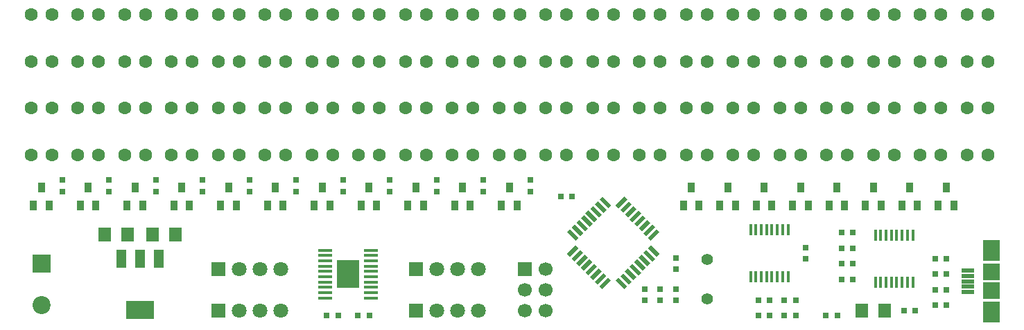
<source format=gts>
%FSLAX34Y34*%
G04 Gerber Fmt 3.4, Leading zero omitted, Abs format*
G04 (created by PCBNEW (2014-03-18 BZR 4754)-product) date Tue 01 Apr 2014 06:21:33 PM CDT*
%MOIN*%
G01*
G70*
G90*
G04 APERTURE LIST*
%ADD10C,0.006000*%
%ADD11R,0.027559X0.027559*%
%ADD12R,0.062992X0.070866*%
%ADD13R,0.013800X0.055100*%
%ADD14R,0.068504X0.017323*%
%ADD15R,0.109134X0.135906*%
%ADD16R,0.047244X0.086614*%
%ADD17R,0.137795X0.086614*%
%ADD18R,0.062992X0.023622*%
%ADD19R,0.082677X0.098425*%
%ADD20R,0.082677X0.078740*%
%ADD21R,0.070866X0.070866*%
%ADD22C,0.070866*%
%ADD23R,0.086614X0.086614*%
%ADD24C,0.086614*%
%ADD25C,0.062992*%
%ADD26R,0.066929X0.066929*%
%ADD27C,0.066929*%
%ADD28R,0.033465X0.049606*%
%ADD29C,0.055118*%
G04 APERTURE END LIST*
G54D10*
G54D11*
X92525Y-41750D03*
X91974Y-41750D03*
X94974Y-45500D03*
X95525Y-45500D03*
X67775Y-45750D03*
X67224Y-45750D03*
X96474Y-43000D03*
X97025Y-43000D03*
X96474Y-45250D03*
X97025Y-45250D03*
X91974Y-44000D03*
X92525Y-44000D03*
X91974Y-43250D03*
X92525Y-43250D03*
X91974Y-42500D03*
X92525Y-42500D03*
X78474Y-40000D03*
X79025Y-40000D03*
X84000Y-42974D03*
X84000Y-43525D03*
X84000Y-45025D03*
X84000Y-44474D03*
X82500Y-45025D03*
X82500Y-44474D03*
X83250Y-45025D03*
X83250Y-44474D03*
X91224Y-45750D03*
X91775Y-45750D03*
G54D12*
X94051Y-45500D03*
X92948Y-45500D03*
G54D13*
X89396Y-41618D03*
X89140Y-41618D03*
X88884Y-41618D03*
X88628Y-41618D03*
X88372Y-41618D03*
X88116Y-41618D03*
X87860Y-41618D03*
X87604Y-41618D03*
X87604Y-43882D03*
X87860Y-43882D03*
X88116Y-43882D03*
X88372Y-43882D03*
X88628Y-43882D03*
X88884Y-43882D03*
X89140Y-43882D03*
X89396Y-43882D03*
G54D14*
X67147Y-44645D03*
X67147Y-44901D03*
X67147Y-44389D03*
X67147Y-44133D03*
X67147Y-43877D03*
X67147Y-43622D03*
X67147Y-43366D03*
X67147Y-43110D03*
X69352Y-42598D03*
X69352Y-42854D03*
X69352Y-43110D03*
X69352Y-43366D03*
X69352Y-44901D03*
X69352Y-44645D03*
X69352Y-44389D03*
X69352Y-44133D03*
X69352Y-43877D03*
X69352Y-43622D03*
G54D15*
X68250Y-43750D03*
G54D14*
X67147Y-42854D03*
X67147Y-42598D03*
G54D13*
X93604Y-44132D03*
X93860Y-44132D03*
X94116Y-44132D03*
X94372Y-44132D03*
X94628Y-44132D03*
X94884Y-44132D03*
X95140Y-44132D03*
X95396Y-44132D03*
X95396Y-41868D03*
X95140Y-41868D03*
X94884Y-41868D03*
X94628Y-41868D03*
X94372Y-41868D03*
X94116Y-41868D03*
X93860Y-41868D03*
X93604Y-41868D03*
G54D16*
X59155Y-43029D03*
X58250Y-43029D03*
X57344Y-43029D03*
G54D17*
X58250Y-45470D03*
G54D10*
G36*
X81668Y-44338D02*
X81529Y-44477D01*
X81111Y-44059D01*
X81251Y-43920D01*
X81668Y-44338D01*
X81668Y-44338D01*
G37*
G36*
X81891Y-44115D02*
X81752Y-44254D01*
X81334Y-43836D01*
X81473Y-43697D01*
X81891Y-44115D01*
X81891Y-44115D01*
G37*
G36*
X82114Y-43892D02*
X81975Y-44031D01*
X81557Y-43614D01*
X81696Y-43474D01*
X82114Y-43892D01*
X82114Y-43892D01*
G37*
G36*
X82337Y-43669D02*
X82197Y-43809D01*
X81779Y-43391D01*
X81919Y-43251D01*
X82337Y-43669D01*
X82337Y-43669D01*
G37*
G36*
X82559Y-43447D02*
X82419Y-43587D01*
X82001Y-43169D01*
X82141Y-43029D01*
X82559Y-43447D01*
X82559Y-43447D01*
G37*
G36*
X82781Y-43225D02*
X82642Y-43364D01*
X82224Y-42946D01*
X82364Y-42807D01*
X82781Y-43225D01*
X82781Y-43225D01*
G37*
G36*
X83004Y-43002D02*
X82865Y-43141D01*
X82447Y-42723D01*
X82586Y-42584D01*
X83004Y-43002D01*
X83004Y-43002D01*
G37*
G36*
X83227Y-42779D02*
X83088Y-42918D01*
X82670Y-42501D01*
X82809Y-42361D01*
X83227Y-42779D01*
X83227Y-42779D01*
G37*
G36*
X83088Y-41581D02*
X83227Y-41720D01*
X82809Y-42138D01*
X82670Y-41998D01*
X83088Y-41581D01*
X83088Y-41581D01*
G37*
G36*
X82865Y-41358D02*
X83004Y-41497D01*
X82586Y-41915D01*
X82447Y-41776D01*
X82865Y-41358D01*
X82865Y-41358D01*
G37*
G36*
X82642Y-41135D02*
X82781Y-41274D01*
X82364Y-41692D01*
X82224Y-41553D01*
X82642Y-41135D01*
X82642Y-41135D01*
G37*
G36*
X82419Y-40912D02*
X82559Y-41052D01*
X82141Y-41470D01*
X82001Y-41330D01*
X82419Y-40912D01*
X82419Y-40912D01*
G37*
G36*
X82197Y-40690D02*
X82337Y-40830D01*
X81919Y-41248D01*
X81779Y-41108D01*
X82197Y-40690D01*
X82197Y-40690D01*
G37*
G36*
X81975Y-40468D02*
X82114Y-40607D01*
X81696Y-41025D01*
X81557Y-40885D01*
X81975Y-40468D01*
X81975Y-40468D01*
G37*
G36*
X81752Y-40245D02*
X81891Y-40384D01*
X81473Y-40802D01*
X81334Y-40663D01*
X81752Y-40245D01*
X81752Y-40245D01*
G37*
G36*
X81529Y-40022D02*
X81668Y-40161D01*
X81251Y-40579D01*
X81111Y-40440D01*
X81529Y-40022D01*
X81529Y-40022D01*
G37*
G36*
X80331Y-40161D02*
X80470Y-40022D01*
X80888Y-40440D01*
X80748Y-40579D01*
X80331Y-40161D01*
X80331Y-40161D01*
G37*
G36*
X80108Y-40384D02*
X80247Y-40245D01*
X80665Y-40663D01*
X80526Y-40802D01*
X80108Y-40384D01*
X80108Y-40384D01*
G37*
G36*
X79885Y-40607D02*
X80024Y-40468D01*
X80442Y-40885D01*
X80303Y-41025D01*
X79885Y-40607D01*
X79885Y-40607D01*
G37*
G36*
X79662Y-40830D02*
X79802Y-40690D01*
X80220Y-41108D01*
X80080Y-41248D01*
X79662Y-40830D01*
X79662Y-40830D01*
G37*
G36*
X79440Y-41052D02*
X79580Y-40912D01*
X79998Y-41330D01*
X79858Y-41470D01*
X79440Y-41052D01*
X79440Y-41052D01*
G37*
G36*
X79218Y-41274D02*
X79357Y-41135D01*
X79775Y-41553D01*
X79635Y-41692D01*
X79218Y-41274D01*
X79218Y-41274D01*
G37*
G36*
X78995Y-41497D02*
X79134Y-41358D01*
X79552Y-41776D01*
X79413Y-41915D01*
X78995Y-41497D01*
X78995Y-41497D01*
G37*
G36*
X78772Y-41720D02*
X78911Y-41581D01*
X79329Y-41998D01*
X79190Y-42138D01*
X78772Y-41720D01*
X78772Y-41720D01*
G37*
G36*
X78911Y-42918D02*
X78772Y-42779D01*
X79190Y-42361D01*
X79329Y-42501D01*
X78911Y-42918D01*
X78911Y-42918D01*
G37*
G36*
X79134Y-43141D02*
X78995Y-43002D01*
X79413Y-42584D01*
X79552Y-42723D01*
X79134Y-43141D01*
X79134Y-43141D01*
G37*
G36*
X79357Y-43364D02*
X79218Y-43225D01*
X79635Y-42807D01*
X79775Y-42946D01*
X79357Y-43364D01*
X79357Y-43364D01*
G37*
G36*
X79580Y-43587D02*
X79440Y-43447D01*
X79858Y-43029D01*
X79998Y-43169D01*
X79580Y-43587D01*
X79580Y-43587D01*
G37*
G36*
X79802Y-43809D02*
X79662Y-43669D01*
X80080Y-43251D01*
X80220Y-43391D01*
X79802Y-43809D01*
X79802Y-43809D01*
G37*
G36*
X80024Y-44031D02*
X79885Y-43892D01*
X80303Y-43474D01*
X80442Y-43614D01*
X80024Y-44031D01*
X80024Y-44031D01*
G37*
G36*
X80247Y-44254D02*
X80108Y-44115D01*
X80526Y-43697D01*
X80665Y-43836D01*
X80247Y-44254D01*
X80247Y-44254D01*
G37*
G36*
X80470Y-44477D02*
X80331Y-44338D01*
X80748Y-43920D01*
X80888Y-44059D01*
X80470Y-44477D01*
X80470Y-44477D01*
G37*
G54D18*
X98047Y-44611D03*
X98047Y-44355D03*
X98047Y-44100D03*
X98047Y-43844D03*
X98047Y-43588D03*
G54D19*
X99169Y-45576D03*
X99169Y-42623D03*
G54D20*
X99169Y-43647D03*
X99169Y-44552D03*
G54D21*
X71500Y-45500D03*
G54D22*
X72500Y-45500D03*
X73500Y-45500D03*
X74500Y-45500D03*
G54D21*
X71500Y-43500D03*
G54D22*
X72500Y-43500D03*
X73500Y-43500D03*
X74500Y-43500D03*
G54D21*
X62000Y-43500D03*
G54D22*
X63000Y-43500D03*
X64000Y-43500D03*
X65000Y-43500D03*
G54D21*
X62000Y-45500D03*
G54D22*
X63000Y-45500D03*
X64000Y-45500D03*
X65000Y-45500D03*
G54D23*
X53500Y-43250D03*
G54D24*
X53500Y-45250D03*
G54D11*
X88525Y-45750D03*
X87974Y-45750D03*
X88525Y-45000D03*
X87974Y-45000D03*
G54D25*
X53000Y-31250D03*
X54000Y-31250D03*
X53000Y-33500D03*
X54000Y-33500D03*
X53000Y-35750D03*
X54000Y-35750D03*
X53000Y-38000D03*
X54000Y-38000D03*
X98000Y-31250D03*
X99000Y-31250D03*
X98000Y-33500D03*
X99000Y-33500D03*
X98000Y-35750D03*
X99000Y-35750D03*
X98000Y-38000D03*
X99000Y-38000D03*
X55250Y-31250D03*
X56250Y-31250D03*
X55250Y-33500D03*
X56250Y-33500D03*
X55250Y-35750D03*
X56250Y-35750D03*
X55250Y-38000D03*
X56250Y-38000D03*
X95750Y-31250D03*
X96750Y-31250D03*
X95750Y-33500D03*
X96750Y-33500D03*
X95750Y-35750D03*
X96750Y-35750D03*
X95750Y-38000D03*
X96750Y-38000D03*
X57500Y-31250D03*
X58500Y-31250D03*
X57500Y-33500D03*
X58500Y-33500D03*
X57500Y-35750D03*
X58500Y-35750D03*
X57500Y-38000D03*
X58500Y-38000D03*
X93500Y-31250D03*
X94500Y-31250D03*
X93500Y-33500D03*
X94500Y-33500D03*
X93500Y-35750D03*
X94500Y-35750D03*
X93500Y-38000D03*
X94500Y-38000D03*
X59750Y-31250D03*
X60750Y-31250D03*
X59750Y-33500D03*
X60750Y-33500D03*
X59750Y-35750D03*
X60750Y-35750D03*
X59750Y-38000D03*
X60750Y-38000D03*
X91250Y-31250D03*
X92250Y-31250D03*
X91250Y-33500D03*
X92250Y-33500D03*
X91250Y-35750D03*
X92250Y-35750D03*
X91250Y-38000D03*
X92250Y-38000D03*
X62000Y-31250D03*
X63000Y-31250D03*
X62000Y-33500D03*
X63000Y-33500D03*
X62000Y-35750D03*
X63000Y-35750D03*
X62000Y-38000D03*
X63000Y-38000D03*
X89000Y-31250D03*
X90000Y-31250D03*
X89000Y-33500D03*
X90000Y-33500D03*
X89000Y-35750D03*
X90000Y-35750D03*
X89000Y-38000D03*
X90000Y-38000D03*
X64250Y-31250D03*
X65250Y-31250D03*
X64250Y-33500D03*
X65250Y-33500D03*
X64250Y-35750D03*
X65250Y-35750D03*
X64250Y-38000D03*
X65250Y-38000D03*
X86750Y-31250D03*
X87750Y-31250D03*
X86750Y-33500D03*
X87750Y-33500D03*
X86750Y-35750D03*
X87750Y-35750D03*
X86750Y-38000D03*
X87750Y-38000D03*
X66500Y-31250D03*
X67500Y-31250D03*
X66500Y-33500D03*
X67500Y-33500D03*
X66500Y-35750D03*
X67500Y-35750D03*
X66500Y-38000D03*
X67500Y-38000D03*
X84500Y-31250D03*
X85500Y-31250D03*
X84500Y-33500D03*
X85500Y-33500D03*
X84500Y-35750D03*
X85500Y-35750D03*
X84500Y-38000D03*
X85500Y-38000D03*
X68750Y-31250D03*
X69750Y-31250D03*
X68750Y-33500D03*
X69750Y-33500D03*
X68750Y-35750D03*
X69750Y-35750D03*
X68750Y-38000D03*
X69750Y-38000D03*
X82250Y-31250D03*
X83250Y-31250D03*
X82250Y-33500D03*
X83250Y-33500D03*
X82250Y-35750D03*
X83250Y-35750D03*
X82250Y-38000D03*
X83250Y-38000D03*
X71000Y-31250D03*
X72000Y-31250D03*
X71000Y-33500D03*
X72000Y-33500D03*
X71000Y-35750D03*
X72000Y-35750D03*
X71000Y-38000D03*
X72000Y-38000D03*
X80000Y-31250D03*
X81000Y-31250D03*
X80000Y-33500D03*
X81000Y-33500D03*
X80000Y-35750D03*
X81000Y-35750D03*
X80000Y-38000D03*
X81000Y-38000D03*
X73250Y-31250D03*
X74250Y-31250D03*
X73250Y-33500D03*
X74250Y-33500D03*
X73250Y-35750D03*
X74250Y-35750D03*
X73250Y-38000D03*
X74250Y-38000D03*
X77750Y-31250D03*
X78750Y-31250D03*
X77750Y-33500D03*
X78750Y-33500D03*
X77750Y-35750D03*
X78750Y-35750D03*
X77750Y-38000D03*
X78750Y-38000D03*
X75500Y-31250D03*
X76500Y-31250D03*
X75500Y-33500D03*
X76500Y-33500D03*
X75500Y-35750D03*
X76500Y-35750D03*
X75500Y-38000D03*
X76500Y-38000D03*
G54D26*
X76750Y-43500D03*
G54D27*
X77750Y-43500D03*
X76750Y-44500D03*
X77750Y-44500D03*
X76750Y-45500D03*
X77750Y-45500D03*
G54D28*
X84375Y-40433D03*
X84750Y-39566D03*
X85124Y-40433D03*
X86125Y-40433D03*
X86500Y-39566D03*
X86874Y-40433D03*
X87875Y-40433D03*
X88250Y-39566D03*
X88624Y-40433D03*
X89625Y-40433D03*
X90000Y-39566D03*
X90374Y-40433D03*
X91375Y-40433D03*
X91750Y-39566D03*
X92124Y-40433D03*
X93125Y-40433D03*
X93500Y-39566D03*
X93874Y-40433D03*
X94875Y-40433D03*
X95250Y-39566D03*
X95624Y-40433D03*
X96625Y-40433D03*
X97000Y-39566D03*
X97374Y-40433D03*
X53125Y-40433D03*
X53500Y-39566D03*
X53874Y-40433D03*
X55375Y-40433D03*
X55750Y-39566D03*
X56124Y-40433D03*
X57625Y-40433D03*
X58000Y-39566D03*
X58374Y-40433D03*
X59875Y-40433D03*
X60250Y-39566D03*
X60624Y-40433D03*
X62125Y-40433D03*
X62500Y-39566D03*
X62874Y-40433D03*
X64375Y-40433D03*
X64750Y-39566D03*
X65124Y-40433D03*
X66625Y-40433D03*
X67000Y-39566D03*
X67374Y-40433D03*
X68875Y-40433D03*
X69250Y-39566D03*
X69624Y-40433D03*
X71125Y-40433D03*
X71500Y-39566D03*
X71874Y-40433D03*
X73375Y-40433D03*
X73750Y-39566D03*
X74124Y-40433D03*
X75625Y-40433D03*
X76000Y-39566D03*
X76374Y-40433D03*
G54D11*
X68724Y-45750D03*
X69275Y-45750D03*
X90250Y-43025D03*
X90250Y-42474D03*
X97025Y-44500D03*
X96474Y-44500D03*
X97025Y-43750D03*
X96474Y-43750D03*
X89775Y-45750D03*
X89224Y-45750D03*
X89775Y-45000D03*
X89224Y-45000D03*
X54500Y-39775D03*
X54500Y-39224D03*
X56750Y-39775D03*
X56750Y-39224D03*
X59000Y-39775D03*
X59000Y-39224D03*
X61250Y-39775D03*
X61250Y-39224D03*
X63500Y-39775D03*
X63500Y-39224D03*
X65750Y-39775D03*
X65750Y-39224D03*
X68000Y-39775D03*
X68000Y-39224D03*
X70250Y-39775D03*
X70250Y-39224D03*
X72500Y-39775D03*
X72500Y-39224D03*
X74750Y-39775D03*
X74750Y-39224D03*
X77000Y-39775D03*
X77000Y-39224D03*
G54D29*
X85500Y-44960D03*
X85500Y-43039D03*
G54D12*
X57651Y-41850D03*
X56548Y-41850D03*
X58848Y-41850D03*
X59951Y-41850D03*
M02*

</source>
